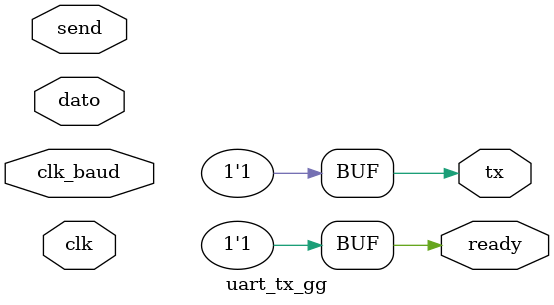
<source format=sv>
`timescale 1ns / 1ps


//`include "baudrate_list.vh"

//////////////////////////////////////////////////////////////////////////////////
// Design by : D.A
// Create Date: 12.06.2017 
// Design Name: Unidad de transmisión UART
// Module Name: uart_tx
// Description: Módulo de transmisión UART desde FPGA a PC
//
// Dependencies: CePIA - Departamento de Astronomía - FCFM - UdeC
// 
//////////////////////////////////////////////////////////////////////////////////


module uart_tx_gg(
    clk,
    clk_baud,
    send,
    dato,
    tx,
    ready
    );

// Entradas
input logic clk;
input logic clk_baud;
input logic send;
input logic [7:0] dato;

// Salidas 
output logic tx;
output logic ready;

// Parametros
//parameter baudrate = `B115200; // 

// Parámetros locales

////////////////////////////// MODULO //////////////////////////////

assign ready = 1; 

assign tx = 1; 
// Señal de habilitación de envío
//always_ff @(posedge clk) begin
//    if (send) begin
//        ready <= 1;
//    end
//end

//logic [5:0] cont = 0;
//logic load = 1;   
//logic [19:0] data_shift; 

//always_ff @(posedge clk) begin
//    if (load) begin
//        if (clk_baud) begin
//            data_shift[9:2] <= dato;
//            data_shift[1:0] <= 2'b01;
//            data_shift[19:10] <= 10'b1111111111;
            
//            load <= 0;
//        end
//    end

//    else if (cont < 19) begin
//        if (clk_baud) begin
//            data_shift <= data_shift >> 1;
//            cont <= cont + 1;
//        end
//    end
//    else begin
//        cont <= 0;
//        load <= 1;
//        ready <= 0;
//    end
//end

//assign tx = data_shift[0];

endmodule
</source>
